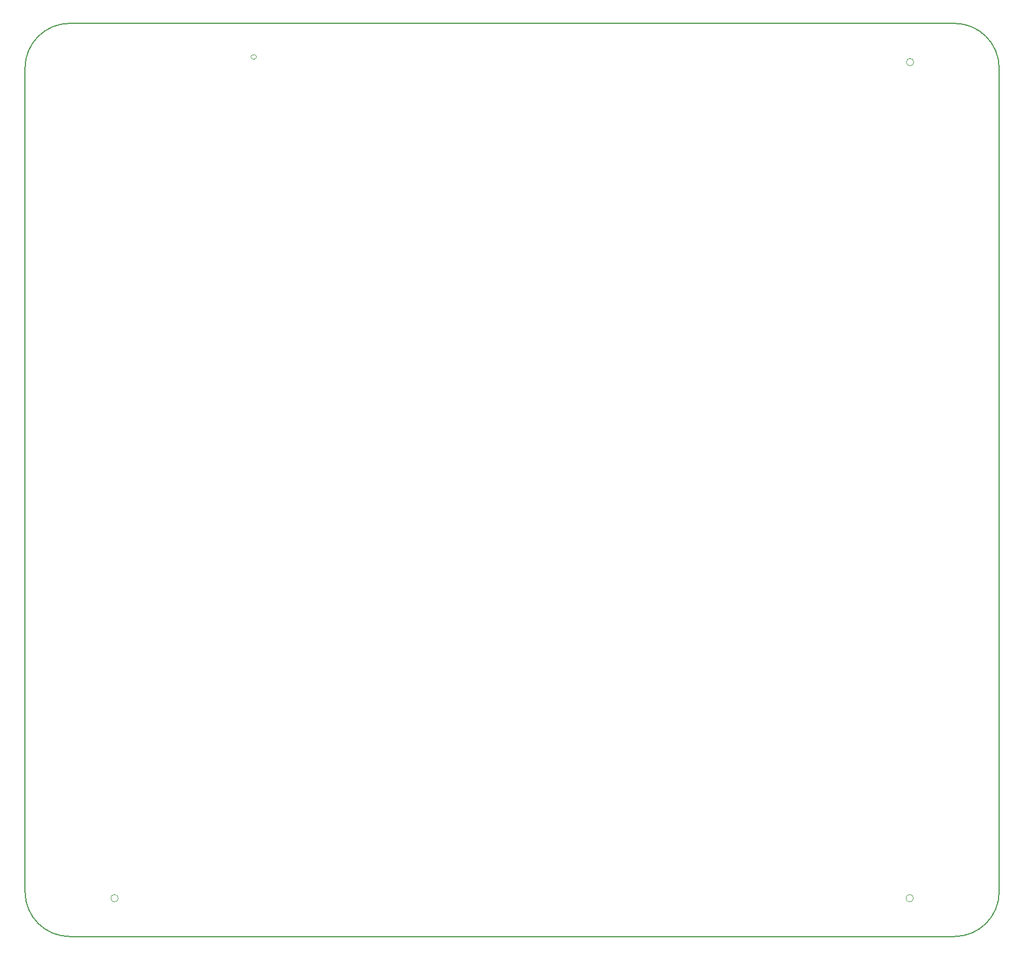
<source format=gbr>
%TF.GenerationSoftware,KiCad,Pcbnew,(5.1.8)-1*%
%TF.CreationDate,2021-01-10T14:28:28+02:00*%
%TF.ProjectId,OsseyPad,4f737365-7950-4616-942e-6b696361645f,rev?*%
%TF.SameCoordinates,Original*%
%TF.FileFunction,Profile,NP*%
%FSLAX46Y46*%
G04 Gerber Fmt 4.6, Leading zero omitted, Abs format (unit mm)*
G04 Created by KiCad (PCBNEW (5.1.8)-1) date 2021-01-10 14:28:28*
%MOMM*%
%LPD*%
G01*
G04 APERTURE LIST*
%TA.AperFunction,Profile*%
%ADD10C,0.050000*%
%TD*%
%TA.AperFunction,Profile*%
%ADD11C,0.200000*%
%TD*%
%TA.AperFunction,Profile*%
%ADD12C,0.100000*%
%TD*%
G04 APERTURE END LIST*
D10*
X158016000Y-158310000D02*
G75*
G03*
X158016000Y-158310000I-576000J0D01*
G01*
X33626000Y-158310000D02*
G75*
G03*
X33626000Y-158310000I-576000J0D01*
G01*
X158076000Y-27500000D02*
G75*
G03*
X158076000Y-27500000I-576000J0D01*
G01*
D11*
X19050000Y-28436250D02*
X19050000Y-157306250D01*
X26049999Y-21436250D02*
X164440000Y-21436250D01*
X171440000Y-157306250D02*
X171440000Y-28436250D01*
X26049999Y-164306250D02*
X164440000Y-164306250D01*
X164440000Y-21436250D02*
G75*
G02*
X171440000Y-28436250I0J-7000000D01*
G01*
X19049999Y-28436250D02*
G75*
G02*
X26049999Y-21436250I7000000J0D01*
G01*
X26049999Y-164306249D02*
G75*
G02*
X19050000Y-157306250I0J6999999D01*
G01*
X171440000Y-157306250D02*
G75*
G02*
X164440000Y-164306250I-7000000J0D01*
G01*
D12*
%TO.C,J1*%
X54370000Y-26680000D02*
G75*
G03*
X54685000Y-26995000I315000J0D01*
G01*
X54685000Y-26365000D02*
G75*
G03*
X54370000Y-26680000I0J-315000D01*
G01*
X55250000Y-26680000D02*
G75*
G03*
X54935000Y-26365000I-315000J0D01*
G01*
X54935000Y-26995000D02*
G75*
G03*
X55250000Y-26680000I0J315000D01*
G01*
X54685000Y-26995000D02*
X54935000Y-26995000D01*
X54935000Y-26365000D02*
X54685000Y-26365000D01*
%TD*%
M02*

</source>
